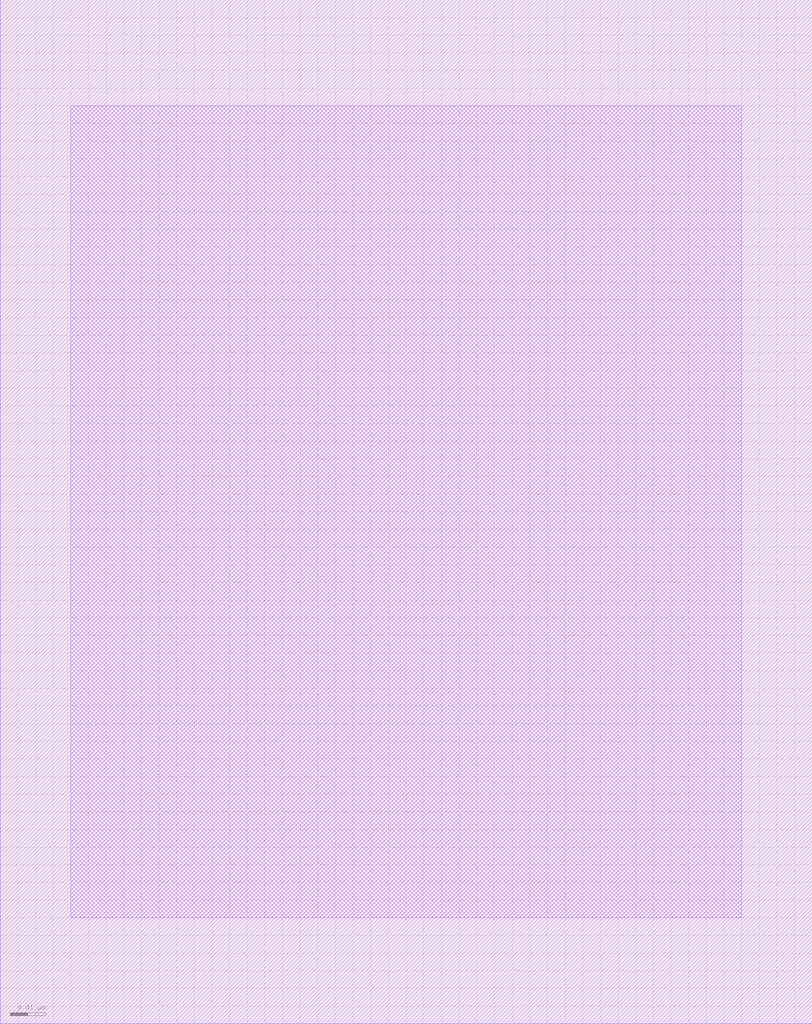
<source format=lef>
VERSION 5.7 ;
  NOWIREEXTENSIONATPIN ON ;
  DIVIDERCHAR "/" ;
  BUSBITCHARS "[]" ;
MACRO /home/bjmuld/work/hilas/fastlane/PDKs/sky130A_hilas/libs.ref/sky130_hilas_sc/mag/sky130_hilas_li2m1
  CLASS BLOCK ;
  FOREIGN /home/bjmuld/work/hilas/fastlane/PDKs/sky130A_hilas/libs.ref/sky130_hilas_sc/mag/sky130_hilas_li2m1 ;
  ORIGIN 0.100 0.080 ;
  SIZE 0.230 BY 0.290 ;
  OBS
      LAYER li1 ;
        RECT -0.080 -0.050 0.110 0.180 ;
      LAYER met1 ;
        RECT -0.100 -0.080 0.130 0.210 ;
  END
END /home/bjmuld/work/hilas/fastlane/PDKs/sky130A_hilas/libs.ref/sky130_hilas_sc/mag/sky130_hilas_li2m1
END LIBRARY


</source>
